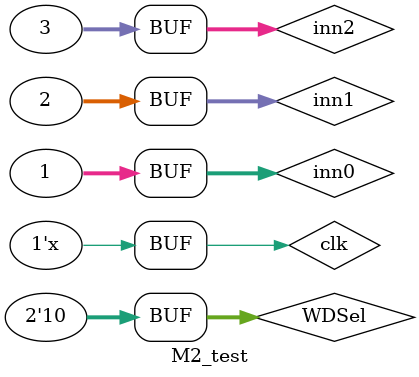
<source format=v>

module M2_test;
  reg clk;
  
  reg [1:0]WDSel;
  reg [31:0]inn1,inn2,inn0;
  wire [31:0]WrData;
  
  M2 i1(clk,WDSel,inn0,inn1,inn2,WrData);
  
  
  
  
  initial
  begin
    clk=1;
    inn0=1;
    inn1=2;
    inn2=3;
    
    #50 WDSel=2'b00;
    #50 WDSel=3'b01;
    #50 WDSel=3'b10;
    
  end  
  
  always
    #25 clk=~clk;
    
 endmodule   


</source>
